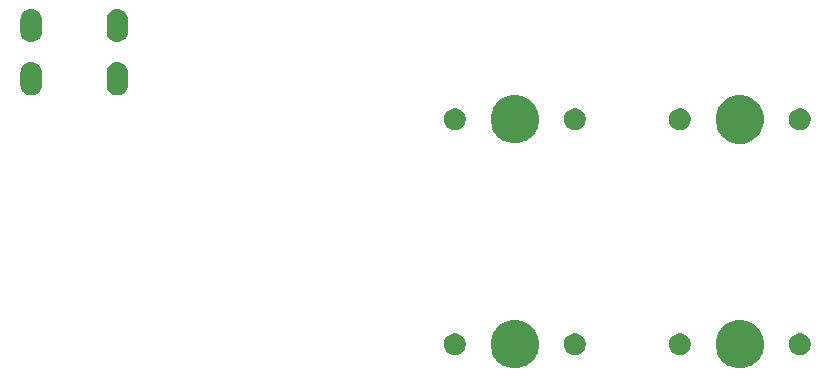
<source format=gts>
G04 #@! TF.GenerationSoftware,KiCad,Pcbnew,(5.1.4-0-10_14)*
G04 #@! TF.CreationDate,2021-08-26T08:40:52-07:00*
G04 #@! TF.ProjectId,ai03-pcb-guide,61693033-2d70-4636-922d-67756964652e,rev?*
G04 #@! TF.SameCoordinates,Original*
G04 #@! TF.FileFunction,Soldermask,Top*
G04 #@! TF.FilePolarity,Negative*
%FSLAX46Y46*%
G04 Gerber Fmt 4.6, Leading zero omitted, Abs format (unit mm)*
G04 Created by KiCad (PCBNEW (5.1.4-0-10_14)) date 2021-08-26 08:40:52*
%MOMM*%
%LPD*%
G04 APERTURE LIST*
%ADD10C,0.100000*%
G04 APERTURE END LIST*
D10*
G36*
X121255962Y-51993024D02*
G01*
X121473962Y-52083323D01*
X121628111Y-52147173D01*
X121963036Y-52370963D01*
X122247865Y-52655792D01*
X122471655Y-52990717D01*
X122504050Y-53068926D01*
X122625804Y-53362866D01*
X122704388Y-53757934D01*
X122704388Y-54160746D01*
X122625804Y-54555814D01*
X122574939Y-54678612D01*
X122471655Y-54927963D01*
X122247865Y-55262888D01*
X121963036Y-55547717D01*
X121628111Y-55771507D01*
X121473962Y-55835357D01*
X121255962Y-55925656D01*
X120860894Y-56004240D01*
X120458082Y-56004240D01*
X120063014Y-55925656D01*
X119845014Y-55835357D01*
X119690865Y-55771507D01*
X119355940Y-55547717D01*
X119071111Y-55262888D01*
X118847321Y-54927963D01*
X118744037Y-54678612D01*
X118693172Y-54555814D01*
X118614588Y-54160746D01*
X118614588Y-53757934D01*
X118693172Y-53362866D01*
X118814926Y-53068926D01*
X118847321Y-52990717D01*
X119071111Y-52655792D01*
X119355940Y-52370963D01*
X119690865Y-52147173D01*
X119845014Y-52083323D01*
X120063014Y-51993024D01*
X120458082Y-51914440D01*
X120860894Y-51914440D01*
X121255962Y-51993024D01*
X121255962Y-51993024D01*
G37*
G36*
X102205962Y-51993024D02*
G01*
X102423962Y-52083323D01*
X102578111Y-52147173D01*
X102913036Y-52370963D01*
X103197865Y-52655792D01*
X103421655Y-52990717D01*
X103454050Y-53068926D01*
X103575804Y-53362866D01*
X103654388Y-53757934D01*
X103654388Y-54160746D01*
X103575804Y-54555814D01*
X103524939Y-54678612D01*
X103421655Y-54927963D01*
X103197865Y-55262888D01*
X102913036Y-55547717D01*
X102578111Y-55771507D01*
X102423962Y-55835357D01*
X102205962Y-55925656D01*
X101810894Y-56004240D01*
X101408082Y-56004240D01*
X101013014Y-55925656D01*
X100795014Y-55835357D01*
X100640865Y-55771507D01*
X100305940Y-55547717D01*
X100021111Y-55262888D01*
X99797321Y-54927963D01*
X99694037Y-54678612D01*
X99643172Y-54555814D01*
X99564588Y-54160746D01*
X99564588Y-53757934D01*
X99643172Y-53362866D01*
X99764926Y-53068926D01*
X99797321Y-52990717D01*
X100021111Y-52655792D01*
X100305940Y-52370963D01*
X100640865Y-52147173D01*
X100795014Y-52083323D01*
X101013014Y-51993024D01*
X101408082Y-51914440D01*
X101810894Y-51914440D01*
X102205962Y-51993024D01*
X102205962Y-51993024D01*
G37*
G36*
X126009592Y-53068925D02*
G01*
X126178114Y-53138729D01*
X126329779Y-53240068D01*
X126458760Y-53369049D01*
X126560099Y-53520714D01*
X126629903Y-53689236D01*
X126665488Y-53868137D01*
X126665488Y-54050543D01*
X126629903Y-54229444D01*
X126560099Y-54397966D01*
X126458760Y-54549631D01*
X126329779Y-54678612D01*
X126178114Y-54779951D01*
X126009592Y-54849755D01*
X125830691Y-54885340D01*
X125648285Y-54885340D01*
X125469384Y-54849755D01*
X125300862Y-54779951D01*
X125149197Y-54678612D01*
X125020216Y-54549631D01*
X124918877Y-54397966D01*
X124849073Y-54229444D01*
X124813488Y-54050543D01*
X124813488Y-53868137D01*
X124849073Y-53689236D01*
X124918877Y-53520714D01*
X125020216Y-53369049D01*
X125149197Y-53240068D01*
X125300862Y-53138729D01*
X125469384Y-53068925D01*
X125648285Y-53033340D01*
X125830691Y-53033340D01*
X126009592Y-53068925D01*
X126009592Y-53068925D01*
G37*
G36*
X115849592Y-53068925D02*
G01*
X116018114Y-53138729D01*
X116169779Y-53240068D01*
X116298760Y-53369049D01*
X116400099Y-53520714D01*
X116469903Y-53689236D01*
X116505488Y-53868137D01*
X116505488Y-54050543D01*
X116469903Y-54229444D01*
X116400099Y-54397966D01*
X116298760Y-54549631D01*
X116169779Y-54678612D01*
X116018114Y-54779951D01*
X115849592Y-54849755D01*
X115670691Y-54885340D01*
X115488285Y-54885340D01*
X115309384Y-54849755D01*
X115140862Y-54779951D01*
X114989197Y-54678612D01*
X114860216Y-54549631D01*
X114758877Y-54397966D01*
X114689073Y-54229444D01*
X114653488Y-54050543D01*
X114653488Y-53868137D01*
X114689073Y-53689236D01*
X114758877Y-53520714D01*
X114860216Y-53369049D01*
X114989197Y-53240068D01*
X115140862Y-53138729D01*
X115309384Y-53068925D01*
X115488285Y-53033340D01*
X115670691Y-53033340D01*
X115849592Y-53068925D01*
X115849592Y-53068925D01*
G37*
G36*
X106959592Y-53068925D02*
G01*
X107128114Y-53138729D01*
X107279779Y-53240068D01*
X107408760Y-53369049D01*
X107510099Y-53520714D01*
X107579903Y-53689236D01*
X107615488Y-53868137D01*
X107615488Y-54050543D01*
X107579903Y-54229444D01*
X107510099Y-54397966D01*
X107408760Y-54549631D01*
X107279779Y-54678612D01*
X107128114Y-54779951D01*
X106959592Y-54849755D01*
X106780691Y-54885340D01*
X106598285Y-54885340D01*
X106419384Y-54849755D01*
X106250862Y-54779951D01*
X106099197Y-54678612D01*
X105970216Y-54549631D01*
X105868877Y-54397966D01*
X105799073Y-54229444D01*
X105763488Y-54050543D01*
X105763488Y-53868137D01*
X105799073Y-53689236D01*
X105868877Y-53520714D01*
X105970216Y-53369049D01*
X106099197Y-53240068D01*
X106250862Y-53138729D01*
X106419384Y-53068925D01*
X106598285Y-53033340D01*
X106780691Y-53033340D01*
X106959592Y-53068925D01*
X106959592Y-53068925D01*
G37*
G36*
X96799592Y-53068925D02*
G01*
X96968114Y-53138729D01*
X97119779Y-53240068D01*
X97248760Y-53369049D01*
X97350099Y-53520714D01*
X97419903Y-53689236D01*
X97455488Y-53868137D01*
X97455488Y-54050543D01*
X97419903Y-54229444D01*
X97350099Y-54397966D01*
X97248760Y-54549631D01*
X97119779Y-54678612D01*
X96968114Y-54779951D01*
X96799592Y-54849755D01*
X96620691Y-54885340D01*
X96438285Y-54885340D01*
X96259384Y-54849755D01*
X96090862Y-54779951D01*
X95939197Y-54678612D01*
X95810216Y-54549631D01*
X95708877Y-54397966D01*
X95639073Y-54229444D01*
X95603488Y-54050543D01*
X95603488Y-53868137D01*
X95639073Y-53689236D01*
X95708877Y-53520714D01*
X95810216Y-53369049D01*
X95939197Y-53240068D01*
X96090862Y-53138729D01*
X96259384Y-53068925D01*
X96438285Y-53033340D01*
X96620691Y-53033340D01*
X96799592Y-53068925D01*
X96799592Y-53068925D01*
G37*
G36*
X121246474Y-32958684D02*
G01*
X121464474Y-33048983D01*
X121618623Y-33112833D01*
X121953548Y-33336623D01*
X122238377Y-33621452D01*
X122462167Y-33956377D01*
X122494562Y-34034586D01*
X122616316Y-34328526D01*
X122694900Y-34723594D01*
X122694900Y-35126406D01*
X122616316Y-35521474D01*
X122565451Y-35644272D01*
X122462167Y-35893623D01*
X122238377Y-36228548D01*
X121953548Y-36513377D01*
X121618623Y-36737167D01*
X121464474Y-36801017D01*
X121246474Y-36891316D01*
X120851406Y-36969900D01*
X120448594Y-36969900D01*
X120053526Y-36891316D01*
X119835526Y-36801017D01*
X119681377Y-36737167D01*
X119346452Y-36513377D01*
X119061623Y-36228548D01*
X118837833Y-35893623D01*
X118734549Y-35644272D01*
X118683684Y-35521474D01*
X118605100Y-35126406D01*
X118605100Y-34723594D01*
X118683684Y-34328526D01*
X118805438Y-34034586D01*
X118837833Y-33956377D01*
X119061623Y-33621452D01*
X119346452Y-33336623D01*
X119681377Y-33112833D01*
X119835526Y-33048983D01*
X120053526Y-32958684D01*
X120448594Y-32880100D01*
X120851406Y-32880100D01*
X121246474Y-32958684D01*
X121246474Y-32958684D01*
G37*
G36*
X102205962Y-32943024D02*
G01*
X102423962Y-33033323D01*
X102578111Y-33097173D01*
X102913036Y-33320963D01*
X103197865Y-33605792D01*
X103421655Y-33940717D01*
X103482963Y-34088729D01*
X103575804Y-34312866D01*
X103654388Y-34707934D01*
X103654388Y-35110746D01*
X103575804Y-35505814D01*
X103524939Y-35628612D01*
X103421655Y-35877963D01*
X103197865Y-36212888D01*
X102913036Y-36497717D01*
X102578111Y-36721507D01*
X102423962Y-36785357D01*
X102205962Y-36875656D01*
X101810894Y-36954240D01*
X101408082Y-36954240D01*
X101013014Y-36875656D01*
X100795014Y-36785357D01*
X100640865Y-36721507D01*
X100305940Y-36497717D01*
X100021111Y-36212888D01*
X99797321Y-35877963D01*
X99694037Y-35628612D01*
X99643172Y-35505814D01*
X99564588Y-35110746D01*
X99564588Y-34707934D01*
X99643172Y-34312866D01*
X99736013Y-34088729D01*
X99797321Y-33940717D01*
X100021111Y-33605792D01*
X100305940Y-33320963D01*
X100640865Y-33097173D01*
X100795014Y-33033323D01*
X101013014Y-32943024D01*
X101408082Y-32864440D01*
X101810894Y-32864440D01*
X102205962Y-32943024D01*
X102205962Y-32943024D01*
G37*
G36*
X115840104Y-34034585D02*
G01*
X116008626Y-34104389D01*
X116160291Y-34205728D01*
X116289272Y-34334709D01*
X116390611Y-34486374D01*
X116460415Y-34654896D01*
X116496000Y-34833797D01*
X116496000Y-35016203D01*
X116460415Y-35195104D01*
X116390611Y-35363626D01*
X116289272Y-35515291D01*
X116160291Y-35644272D01*
X116008626Y-35745611D01*
X115840104Y-35815415D01*
X115661203Y-35851000D01*
X115478797Y-35851000D01*
X115299896Y-35815415D01*
X115131374Y-35745611D01*
X114979709Y-35644272D01*
X114850728Y-35515291D01*
X114749389Y-35363626D01*
X114679585Y-35195104D01*
X114644000Y-35016203D01*
X114644000Y-34833797D01*
X114679585Y-34654896D01*
X114749389Y-34486374D01*
X114850728Y-34334709D01*
X114979709Y-34205728D01*
X115131374Y-34104389D01*
X115299896Y-34034585D01*
X115478797Y-33999000D01*
X115661203Y-33999000D01*
X115840104Y-34034585D01*
X115840104Y-34034585D01*
G37*
G36*
X126000104Y-34034585D02*
G01*
X126168626Y-34104389D01*
X126320291Y-34205728D01*
X126449272Y-34334709D01*
X126550611Y-34486374D01*
X126620415Y-34654896D01*
X126656000Y-34833797D01*
X126656000Y-35016203D01*
X126620415Y-35195104D01*
X126550611Y-35363626D01*
X126449272Y-35515291D01*
X126320291Y-35644272D01*
X126168626Y-35745611D01*
X126000104Y-35815415D01*
X125821203Y-35851000D01*
X125638797Y-35851000D01*
X125459896Y-35815415D01*
X125291374Y-35745611D01*
X125139709Y-35644272D01*
X125010728Y-35515291D01*
X124909389Y-35363626D01*
X124839585Y-35195104D01*
X124804000Y-35016203D01*
X124804000Y-34833797D01*
X124839585Y-34654896D01*
X124909389Y-34486374D01*
X125010728Y-34334709D01*
X125139709Y-34205728D01*
X125291374Y-34104389D01*
X125459896Y-34034585D01*
X125638797Y-33999000D01*
X125821203Y-33999000D01*
X126000104Y-34034585D01*
X126000104Y-34034585D01*
G37*
G36*
X96799592Y-34018925D02*
G01*
X96968114Y-34088729D01*
X97119779Y-34190068D01*
X97248760Y-34319049D01*
X97350099Y-34470714D01*
X97419903Y-34639236D01*
X97455488Y-34818137D01*
X97455488Y-35000543D01*
X97419903Y-35179444D01*
X97350099Y-35347966D01*
X97248760Y-35499631D01*
X97119779Y-35628612D01*
X96968114Y-35729951D01*
X96799592Y-35799755D01*
X96620691Y-35835340D01*
X96438285Y-35835340D01*
X96259384Y-35799755D01*
X96090862Y-35729951D01*
X95939197Y-35628612D01*
X95810216Y-35499631D01*
X95708877Y-35347966D01*
X95639073Y-35179444D01*
X95603488Y-35000543D01*
X95603488Y-34818137D01*
X95639073Y-34639236D01*
X95708877Y-34470714D01*
X95810216Y-34319049D01*
X95939197Y-34190068D01*
X96090862Y-34088729D01*
X96259384Y-34018925D01*
X96438285Y-33983340D01*
X96620691Y-33983340D01*
X96799592Y-34018925D01*
X96799592Y-34018925D01*
G37*
G36*
X106959592Y-34018925D02*
G01*
X107128114Y-34088729D01*
X107279779Y-34190068D01*
X107408760Y-34319049D01*
X107510099Y-34470714D01*
X107579903Y-34639236D01*
X107615488Y-34818137D01*
X107615488Y-35000543D01*
X107579903Y-35179444D01*
X107510099Y-35347966D01*
X107408760Y-35499631D01*
X107279779Y-35628612D01*
X107128114Y-35729951D01*
X106959592Y-35799755D01*
X106780691Y-35835340D01*
X106598285Y-35835340D01*
X106419384Y-35799755D01*
X106250862Y-35729951D01*
X106099197Y-35628612D01*
X105970216Y-35499631D01*
X105868877Y-35347966D01*
X105799073Y-35179444D01*
X105763488Y-35000543D01*
X105763488Y-34818137D01*
X105799073Y-34639236D01*
X105868877Y-34470714D01*
X105970216Y-34319049D01*
X106099197Y-34190068D01*
X106250862Y-34088729D01*
X106419384Y-34018925D01*
X106598285Y-33983340D01*
X106780691Y-33983340D01*
X106959592Y-34018925D01*
X106959592Y-34018925D01*
G37*
G36*
X68120377Y-30099537D02*
G01*
X68290216Y-30151057D01*
X68446741Y-30234722D01*
X68482479Y-30264052D01*
X68583936Y-30347314D01*
X68667198Y-30448771D01*
X68696528Y-30484509D01*
X68780193Y-30641034D01*
X68831713Y-30810873D01*
X68844750Y-30943242D01*
X68844750Y-32031758D01*
X68831713Y-32164127D01*
X68780193Y-32333966D01*
X68696528Y-32490491D01*
X68667198Y-32526229D01*
X68583936Y-32627686D01*
X68446739Y-32740279D01*
X68290217Y-32823942D01*
X68290215Y-32823943D01*
X68120376Y-32875463D01*
X67943750Y-32892859D01*
X67767123Y-32875463D01*
X67597284Y-32823943D01*
X67440759Y-32740278D01*
X67405021Y-32710948D01*
X67303564Y-32627686D01*
X67190971Y-32490489D01*
X67107308Y-32333967D01*
X67107307Y-32333965D01*
X67055787Y-32164126D01*
X67042750Y-32031757D01*
X67042751Y-30943242D01*
X67055788Y-30810873D01*
X67107308Y-30641034D01*
X67190973Y-30484509D01*
X67220303Y-30448771D01*
X67303565Y-30347314D01*
X67405022Y-30264052D01*
X67440760Y-30234722D01*
X67597285Y-30151057D01*
X67767124Y-30099537D01*
X67943750Y-30082141D01*
X68120377Y-30099537D01*
X68120377Y-30099537D01*
G37*
G36*
X60820377Y-30099537D02*
G01*
X60990216Y-30151057D01*
X61146741Y-30234722D01*
X61182479Y-30264052D01*
X61283936Y-30347314D01*
X61367198Y-30448771D01*
X61396528Y-30484509D01*
X61480193Y-30641034D01*
X61531713Y-30810873D01*
X61544750Y-30943242D01*
X61544750Y-32031758D01*
X61531713Y-32164127D01*
X61480193Y-32333966D01*
X61396528Y-32490491D01*
X61367198Y-32526229D01*
X61283936Y-32627686D01*
X61146739Y-32740279D01*
X60990217Y-32823942D01*
X60990215Y-32823943D01*
X60820376Y-32875463D01*
X60643750Y-32892859D01*
X60467123Y-32875463D01*
X60297284Y-32823943D01*
X60140759Y-32740278D01*
X60105021Y-32710948D01*
X60003564Y-32627686D01*
X59890971Y-32490489D01*
X59807308Y-32333967D01*
X59807307Y-32333965D01*
X59755787Y-32164126D01*
X59742750Y-32031757D01*
X59742751Y-30943242D01*
X59755788Y-30810873D01*
X59807308Y-30641034D01*
X59890973Y-30484509D01*
X59920303Y-30448771D01*
X60003565Y-30347314D01*
X60105022Y-30264052D01*
X60140760Y-30234722D01*
X60297285Y-30151057D01*
X60467124Y-30099537D01*
X60643750Y-30082141D01*
X60820377Y-30099537D01*
X60820377Y-30099537D01*
G37*
G36*
X68120377Y-25599537D02*
G01*
X68290216Y-25651057D01*
X68446741Y-25734722D01*
X68482479Y-25764052D01*
X68583936Y-25847314D01*
X68667198Y-25948771D01*
X68696528Y-25984509D01*
X68780193Y-26141034D01*
X68831713Y-26310873D01*
X68844750Y-26443242D01*
X68844750Y-27531758D01*
X68831713Y-27664127D01*
X68780193Y-27833966D01*
X68696528Y-27990491D01*
X68667198Y-28026229D01*
X68583936Y-28127686D01*
X68446739Y-28240279D01*
X68290217Y-28323942D01*
X68290215Y-28323943D01*
X68120376Y-28375463D01*
X67943750Y-28392859D01*
X67767123Y-28375463D01*
X67597284Y-28323943D01*
X67440759Y-28240278D01*
X67405021Y-28210948D01*
X67303564Y-28127686D01*
X67190971Y-27990489D01*
X67107308Y-27833967D01*
X67107307Y-27833965D01*
X67055787Y-27664126D01*
X67042750Y-27531757D01*
X67042751Y-26443242D01*
X67055788Y-26310873D01*
X67107308Y-26141034D01*
X67190973Y-25984509D01*
X67220303Y-25948771D01*
X67303565Y-25847314D01*
X67405022Y-25764052D01*
X67440760Y-25734722D01*
X67597285Y-25651057D01*
X67767124Y-25599537D01*
X67943750Y-25582141D01*
X68120377Y-25599537D01*
X68120377Y-25599537D01*
G37*
G36*
X60820377Y-25599537D02*
G01*
X60990216Y-25651057D01*
X61146741Y-25734722D01*
X61182479Y-25764052D01*
X61283936Y-25847314D01*
X61367198Y-25948771D01*
X61396528Y-25984509D01*
X61480193Y-26141034D01*
X61531713Y-26310873D01*
X61544750Y-26443242D01*
X61544750Y-27531758D01*
X61531713Y-27664127D01*
X61480193Y-27833966D01*
X61396528Y-27990491D01*
X61367198Y-28026229D01*
X61283936Y-28127686D01*
X61146739Y-28240279D01*
X60990217Y-28323942D01*
X60990215Y-28323943D01*
X60820376Y-28375463D01*
X60643750Y-28392859D01*
X60467123Y-28375463D01*
X60297284Y-28323943D01*
X60140759Y-28240278D01*
X60105021Y-28210948D01*
X60003564Y-28127686D01*
X59890971Y-27990489D01*
X59807308Y-27833967D01*
X59807307Y-27833965D01*
X59755787Y-27664126D01*
X59742750Y-27531757D01*
X59742751Y-26443242D01*
X59755788Y-26310873D01*
X59807308Y-26141034D01*
X59890973Y-25984509D01*
X59920303Y-25948771D01*
X60003565Y-25847314D01*
X60105022Y-25764052D01*
X60140760Y-25734722D01*
X60297285Y-25651057D01*
X60467124Y-25599537D01*
X60643750Y-25582141D01*
X60820377Y-25599537D01*
X60820377Y-25599537D01*
G37*
M02*

</source>
